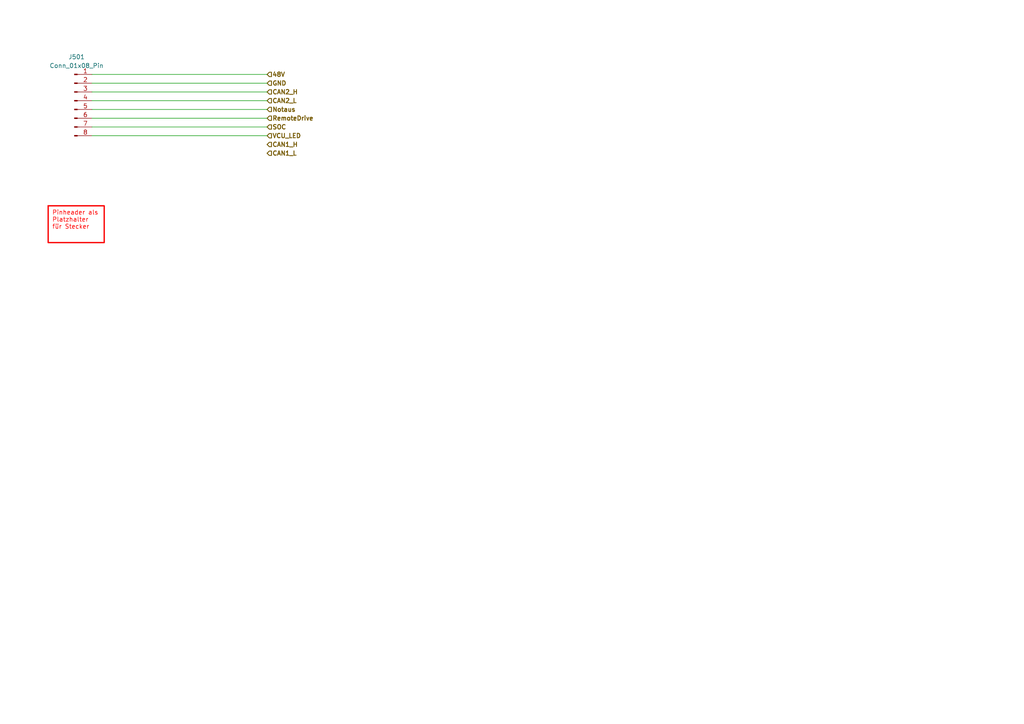
<source format=kicad_sch>
(kicad_sch (version 20231120) (generator "eeschema") (generator_version "8.0")
  (paper "A4")
  (title_block (title "E-Kart Option 1") (date "2025-04-01") (rev "1") (company "Leomax") (comment 1 "zentrale Steuer- und Kommunkationsplatine") (comment 2 "Bachelorarbiet") (comment 3 "Sebastian Hampl"))
  (lib_symbols
    (symbol "Connector:Conn_01x08_Pin" (pin_names (offset 1.016) hide)
      (property "Reference" "J" (at 0 10.16 0))
      (property "Value" "Conn_01x08_Pin" (at 0 -12.7 0))
      (symbol "Conn_01x08_Pin_1_1"
        (polyline (pts (xy 1.27 -10.16) (xy 0.8636 -10.16)) (stroke (width 0.1524)))
        (polyline (pts (xy 1.27 -7.62) (xy 0.8636 -7.62)) (stroke (width 0.1524)))
        (polyline (pts (xy 1.27 -5.08) (xy 0.8636 -5.08)) (stroke (width 0.1524)))
        (polyline (pts (xy 1.27 -2.54) (xy 0.8636 -2.54)) (stroke (width 0.1524)))
        (polyline (pts (xy 1.27 0) (xy 0.8636 0)) (stroke (width 0.1524)))
        (polyline (pts (xy 1.27 2.54) (xy 0.8636 2.54)) (stroke (width 0.1524)))
        (polyline (pts (xy 1.27 5.08) (xy 0.8636 5.08)) (stroke (width 0.1524)))
        (polyline (pts (xy 1.27 7.62) (xy 0.8636 7.62)) (stroke (width 0.1524)))
        (rectangle (start 0.8636 -10.033) (end 0 -10.287) (stroke (width 0.1524)) (fill (type outline)))
        (rectangle (start 0.8636 -7.493) (end 0 -7.747) (stroke (width 0.1524)) (fill (type outline)))
        (rectangle (start 0.8636 -4.953) (end 0 -5.207) (stroke (width 0.1524)) (fill (type outline)))
        (rectangle (start 0.8636 -2.413) (end 0 -2.667) (stroke (width 0.1524)) (fill (type outline)))
        (rectangle (start 0.8636 0.127) (end 0 -0.127) (stroke (width 0.1524)) (fill (type outline)))
        (rectangle (start 0.8636 2.667) (end 0 2.413) (stroke (width 0.1524)) (fill (type outline)))
        (rectangle (start 0.8636 5.207) (end 0 4.953) (stroke (width 0.1524)) (fill (type outline)))
        (rectangle (start 0.8636 7.747) (end 0 7.493) (stroke (width 0.1524)) (fill (type outline)))
        (pin passive line (at 5.08 7.62 180) (length 3.81) (name "Pin_1") (number "1"))
        (pin passive line (at 5.08 5.08 180) (length 3.81) (name "Pin_2") (number "2"))
        (pin passive line (at 5.08 2.54 180) (length 3.81) (name "Pin_3") (number "3"))
        (pin passive line (at 5.08 0 180) (length 3.81) (name "Pin_4") (number "4"))
        (pin passive line (at 5.08 -2.54 180) (length 3.81) (name "Pin_5") (number "5"))
        (pin passive line (at 5.08 -5.08 180) (length 3.81) (name "Pin_6") (number "6"))
        (pin passive line (at 5.08 -7.62 180) (length 3.81) (name "Pin_7") (number "7"))
        (pin passive line (at 5.08 -10.16 180) (length 3.81) (name "Pin_8") (number "8"))
      )
    )
  )
  (wire (pts (xy 26.67 34.29) (xy 77.47 34.29)))
  (wire (pts (xy 26.67 36.83) (xy 77.47 36.83)))
  (wire (pts (xy 26.67 39.37) (xy 77.47 39.37)))
  (wire (pts (xy 26.67 21.59) (xy 77.47 21.59)))
  (wire (pts (xy 26.67 31.75) (xy 77.47 31.75)))
  (wire (pts (xy 26.67 26.67) (xy 77.47 26.67)))
  (wire (pts (xy 26.67 24.13) (xy 77.47 24.13)))
  (wire (pts (xy 26.67 29.21) (xy 77.47 29.21)))
  (text_box "Pinheader als Platzhalter für Stecker" (at 13.97 59.69 0) (size 16.256 10.668) (stroke (width 0.381) (color 251 0 0 1)) (effects (font (size 1.27 1.27)) (justify left top)))
  (hierarchical_label "GND" (shape input) (at 77.47 24.13 0) (effects (font (thickness 0.254) (bold yes))))
  (hierarchical_label "VCU_LED" (shape input) (at 77.47 39.37 0) (effects (font (thickness 0.254) (bold yes))))
  (hierarchical_label "RemoteDrive" (shape input) (at 77.47 34.29 0) (effects (font (thickness 0.254) (bold yes))))
  (hierarchical_label "CAN2_L" (shape input) (at 77.47 29.21 0) (effects (font (thickness 0.254) (bold yes))))
  (hierarchical_label "CAN1_L" (shape input) (at 77.47 44.45 0) (effects (font (thickness 0.254) (bold yes))))
  (hierarchical_label "Notaus" (shape input) (at 77.47 31.75 0) (effects (font (thickness 0.254) (bold yes))))
  (hierarchical_label "SOC" (shape input) (at 77.47 36.83 0) (effects (font (thickness 0.254) (bold yes))))
  (hierarchical_label "48V" (shape input) (at 77.47 21.59 0) (effects (font (thickness 0.254) (bold yes))))
  (hierarchical_label "CAN1_H" (shape input) (at 77.47 41.91 0) (effects (font (thickness 0.254) (bold yes))))
  (hierarchical_label "CAN2_H" (shape input) (at 77.47 26.67 0) (effects (font (thickness 0.254) (bold yes))))
  (symbol (lib_id "Connector:Conn_01x08_Pin") (at 21.59 29.21 0) (unit 1)
    (property "Reference" "J501" (at 22.225 16.51 0))
    (property "Value" "Conn_01x08_Pin" (at 22.225 19.05 0))
    (property "Description" "Generic connector, single row, 01x08, script generated" (effects (hide yes)))
  )
)
</source>
